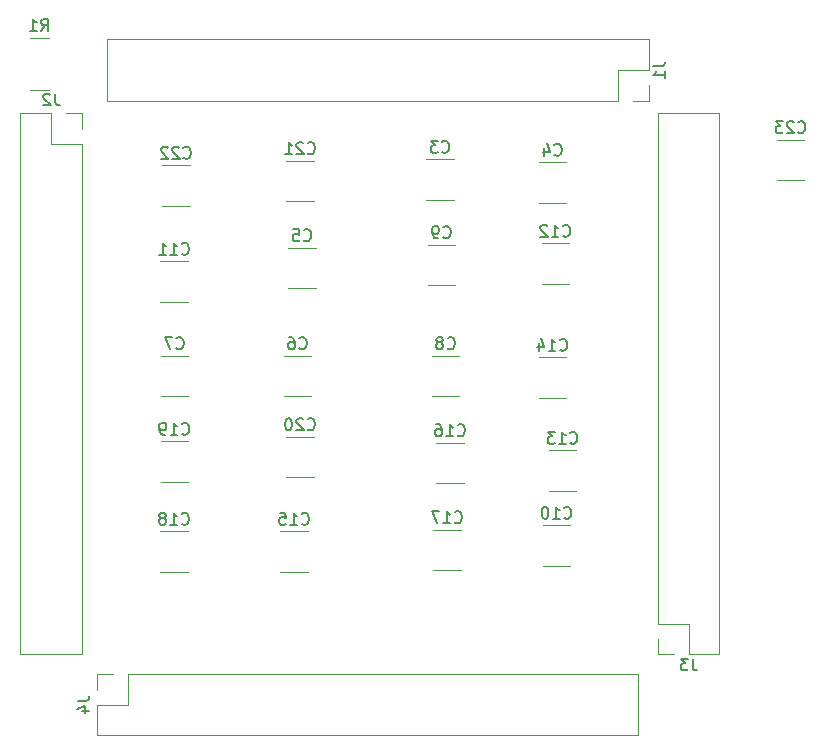
<source format=gbr>
%TF.GenerationSoftware,KiCad,Pcbnew,7.0.0*%
%TF.CreationDate,2023-03-07T12:34:42-06:00*%
%TF.ProjectId,finalproj_breakout,66696e61-6c70-4726-9f6a-5f627265616b,rev?*%
%TF.SameCoordinates,Original*%
%TF.FileFunction,Legend,Bot*%
%TF.FilePolarity,Positive*%
%FSLAX46Y46*%
G04 Gerber Fmt 4.6, Leading zero omitted, Abs format (unit mm)*
G04 Created by KiCad (PCBNEW 7.0.0) date 2023-03-07 12:34:42*
%MOMM*%
%LPD*%
G01*
G04 APERTURE LIST*
%ADD10C,0.150000*%
%ADD11C,0.120000*%
G04 APERTURE END LIST*
D10*
%TO.C,C21*%
X187078857Y-59598142D02*
X187126476Y-59645761D01*
X187126476Y-59645761D02*
X187269333Y-59693380D01*
X187269333Y-59693380D02*
X187364571Y-59693380D01*
X187364571Y-59693380D02*
X187507428Y-59645761D01*
X187507428Y-59645761D02*
X187602666Y-59550523D01*
X187602666Y-59550523D02*
X187650285Y-59455285D01*
X187650285Y-59455285D02*
X187697904Y-59264809D01*
X187697904Y-59264809D02*
X187697904Y-59121952D01*
X187697904Y-59121952D02*
X187650285Y-58931476D01*
X187650285Y-58931476D02*
X187602666Y-58836238D01*
X187602666Y-58836238D02*
X187507428Y-58741000D01*
X187507428Y-58741000D02*
X187364571Y-58693380D01*
X187364571Y-58693380D02*
X187269333Y-58693380D01*
X187269333Y-58693380D02*
X187126476Y-58741000D01*
X187126476Y-58741000D02*
X187078857Y-58788619D01*
X186697904Y-58788619D02*
X186650285Y-58741000D01*
X186650285Y-58741000D02*
X186555047Y-58693380D01*
X186555047Y-58693380D02*
X186316952Y-58693380D01*
X186316952Y-58693380D02*
X186221714Y-58741000D01*
X186221714Y-58741000D02*
X186174095Y-58788619D01*
X186174095Y-58788619D02*
X186126476Y-58883857D01*
X186126476Y-58883857D02*
X186126476Y-58979095D01*
X186126476Y-58979095D02*
X186174095Y-59121952D01*
X186174095Y-59121952D02*
X186745523Y-59693380D01*
X186745523Y-59693380D02*
X186126476Y-59693380D01*
X185174095Y-59693380D02*
X185745523Y-59693380D01*
X185459809Y-59693380D02*
X185459809Y-58693380D01*
X185459809Y-58693380D02*
X185555047Y-58836238D01*
X185555047Y-58836238D02*
X185650285Y-58931476D01*
X185650285Y-58931476D02*
X185745523Y-58979095D01*
%TO.C,C16*%
X199778857Y-83474142D02*
X199826476Y-83521761D01*
X199826476Y-83521761D02*
X199969333Y-83569380D01*
X199969333Y-83569380D02*
X200064571Y-83569380D01*
X200064571Y-83569380D02*
X200207428Y-83521761D01*
X200207428Y-83521761D02*
X200302666Y-83426523D01*
X200302666Y-83426523D02*
X200350285Y-83331285D01*
X200350285Y-83331285D02*
X200397904Y-83140809D01*
X200397904Y-83140809D02*
X200397904Y-82997952D01*
X200397904Y-82997952D02*
X200350285Y-82807476D01*
X200350285Y-82807476D02*
X200302666Y-82712238D01*
X200302666Y-82712238D02*
X200207428Y-82617000D01*
X200207428Y-82617000D02*
X200064571Y-82569380D01*
X200064571Y-82569380D02*
X199969333Y-82569380D01*
X199969333Y-82569380D02*
X199826476Y-82617000D01*
X199826476Y-82617000D02*
X199778857Y-82664619D01*
X198826476Y-83569380D02*
X199397904Y-83569380D01*
X199112190Y-83569380D02*
X199112190Y-82569380D01*
X199112190Y-82569380D02*
X199207428Y-82712238D01*
X199207428Y-82712238D02*
X199302666Y-82807476D01*
X199302666Y-82807476D02*
X199397904Y-82855095D01*
X197969333Y-82569380D02*
X198159809Y-82569380D01*
X198159809Y-82569380D02*
X198255047Y-82617000D01*
X198255047Y-82617000D02*
X198302666Y-82664619D01*
X198302666Y-82664619D02*
X198397904Y-82807476D01*
X198397904Y-82807476D02*
X198445523Y-82997952D01*
X198445523Y-82997952D02*
X198445523Y-83378904D01*
X198445523Y-83378904D02*
X198397904Y-83474142D01*
X198397904Y-83474142D02*
X198350285Y-83521761D01*
X198350285Y-83521761D02*
X198255047Y-83569380D01*
X198255047Y-83569380D02*
X198064571Y-83569380D01*
X198064571Y-83569380D02*
X197969333Y-83521761D01*
X197969333Y-83521761D02*
X197921714Y-83474142D01*
X197921714Y-83474142D02*
X197874095Y-83378904D01*
X197874095Y-83378904D02*
X197874095Y-83140809D01*
X197874095Y-83140809D02*
X197921714Y-83045571D01*
X197921714Y-83045571D02*
X197969333Y-82997952D01*
X197969333Y-82997952D02*
X198064571Y-82950333D01*
X198064571Y-82950333D02*
X198255047Y-82950333D01*
X198255047Y-82950333D02*
X198350285Y-82997952D01*
X198350285Y-82997952D02*
X198397904Y-83045571D01*
X198397904Y-83045571D02*
X198445523Y-83140809D01*
%TO.C,C19*%
X176432357Y-83347142D02*
X176479976Y-83394761D01*
X176479976Y-83394761D02*
X176622833Y-83442380D01*
X176622833Y-83442380D02*
X176718071Y-83442380D01*
X176718071Y-83442380D02*
X176860928Y-83394761D01*
X176860928Y-83394761D02*
X176956166Y-83299523D01*
X176956166Y-83299523D02*
X177003785Y-83204285D01*
X177003785Y-83204285D02*
X177051404Y-83013809D01*
X177051404Y-83013809D02*
X177051404Y-82870952D01*
X177051404Y-82870952D02*
X177003785Y-82680476D01*
X177003785Y-82680476D02*
X176956166Y-82585238D01*
X176956166Y-82585238D02*
X176860928Y-82490000D01*
X176860928Y-82490000D02*
X176718071Y-82442380D01*
X176718071Y-82442380D02*
X176622833Y-82442380D01*
X176622833Y-82442380D02*
X176479976Y-82490000D01*
X176479976Y-82490000D02*
X176432357Y-82537619D01*
X175479976Y-83442380D02*
X176051404Y-83442380D01*
X175765690Y-83442380D02*
X175765690Y-82442380D01*
X175765690Y-82442380D02*
X175860928Y-82585238D01*
X175860928Y-82585238D02*
X175956166Y-82680476D01*
X175956166Y-82680476D02*
X176051404Y-82728095D01*
X175003785Y-83442380D02*
X174813309Y-83442380D01*
X174813309Y-83442380D02*
X174718071Y-83394761D01*
X174718071Y-83394761D02*
X174670452Y-83347142D01*
X174670452Y-83347142D02*
X174575214Y-83204285D01*
X174575214Y-83204285D02*
X174527595Y-83013809D01*
X174527595Y-83013809D02*
X174527595Y-82632857D01*
X174527595Y-82632857D02*
X174575214Y-82537619D01*
X174575214Y-82537619D02*
X174622833Y-82490000D01*
X174622833Y-82490000D02*
X174718071Y-82442380D01*
X174718071Y-82442380D02*
X174908547Y-82442380D01*
X174908547Y-82442380D02*
X175003785Y-82490000D01*
X175003785Y-82490000D02*
X175051404Y-82537619D01*
X175051404Y-82537619D02*
X175099023Y-82632857D01*
X175099023Y-82632857D02*
X175099023Y-82870952D01*
X175099023Y-82870952D02*
X175051404Y-82966190D01*
X175051404Y-82966190D02*
X175003785Y-83013809D01*
X175003785Y-83013809D02*
X174908547Y-83061428D01*
X174908547Y-83061428D02*
X174718071Y-83061428D01*
X174718071Y-83061428D02*
X174622833Y-83013809D01*
X174622833Y-83013809D02*
X174575214Y-82966190D01*
X174575214Y-82966190D02*
X174527595Y-82870952D01*
%TO.C,C9*%
X198562166Y-66710142D02*
X198609785Y-66757761D01*
X198609785Y-66757761D02*
X198752642Y-66805380D01*
X198752642Y-66805380D02*
X198847880Y-66805380D01*
X198847880Y-66805380D02*
X198990737Y-66757761D01*
X198990737Y-66757761D02*
X199085975Y-66662523D01*
X199085975Y-66662523D02*
X199133594Y-66567285D01*
X199133594Y-66567285D02*
X199181213Y-66376809D01*
X199181213Y-66376809D02*
X199181213Y-66233952D01*
X199181213Y-66233952D02*
X199133594Y-66043476D01*
X199133594Y-66043476D02*
X199085975Y-65948238D01*
X199085975Y-65948238D02*
X198990737Y-65853000D01*
X198990737Y-65853000D02*
X198847880Y-65805380D01*
X198847880Y-65805380D02*
X198752642Y-65805380D01*
X198752642Y-65805380D02*
X198609785Y-65853000D01*
X198609785Y-65853000D02*
X198562166Y-65900619D01*
X198085975Y-66805380D02*
X197895499Y-66805380D01*
X197895499Y-66805380D02*
X197800261Y-66757761D01*
X197800261Y-66757761D02*
X197752642Y-66710142D01*
X197752642Y-66710142D02*
X197657404Y-66567285D01*
X197657404Y-66567285D02*
X197609785Y-66376809D01*
X197609785Y-66376809D02*
X197609785Y-65995857D01*
X197609785Y-65995857D02*
X197657404Y-65900619D01*
X197657404Y-65900619D02*
X197705023Y-65853000D01*
X197705023Y-65853000D02*
X197800261Y-65805380D01*
X197800261Y-65805380D02*
X197990737Y-65805380D01*
X197990737Y-65805380D02*
X198085975Y-65853000D01*
X198085975Y-65853000D02*
X198133594Y-65900619D01*
X198133594Y-65900619D02*
X198181213Y-65995857D01*
X198181213Y-65995857D02*
X198181213Y-66233952D01*
X198181213Y-66233952D02*
X198133594Y-66329190D01*
X198133594Y-66329190D02*
X198085975Y-66376809D01*
X198085975Y-66376809D02*
X197990737Y-66424428D01*
X197990737Y-66424428D02*
X197800261Y-66424428D01*
X197800261Y-66424428D02*
X197705023Y-66376809D01*
X197705023Y-66376809D02*
X197657404Y-66329190D01*
X197657404Y-66329190D02*
X197609785Y-66233952D01*
%TO.C,C4*%
X207960166Y-59725142D02*
X208007785Y-59772761D01*
X208007785Y-59772761D02*
X208150642Y-59820380D01*
X208150642Y-59820380D02*
X208245880Y-59820380D01*
X208245880Y-59820380D02*
X208388737Y-59772761D01*
X208388737Y-59772761D02*
X208483975Y-59677523D01*
X208483975Y-59677523D02*
X208531594Y-59582285D01*
X208531594Y-59582285D02*
X208579213Y-59391809D01*
X208579213Y-59391809D02*
X208579213Y-59248952D01*
X208579213Y-59248952D02*
X208531594Y-59058476D01*
X208531594Y-59058476D02*
X208483975Y-58963238D01*
X208483975Y-58963238D02*
X208388737Y-58868000D01*
X208388737Y-58868000D02*
X208245880Y-58820380D01*
X208245880Y-58820380D02*
X208150642Y-58820380D01*
X208150642Y-58820380D02*
X208007785Y-58868000D01*
X208007785Y-58868000D02*
X207960166Y-58915619D01*
X207103023Y-59153714D02*
X207103023Y-59820380D01*
X207341118Y-58772761D02*
X207579213Y-59487047D01*
X207579213Y-59487047D02*
X206960166Y-59487047D01*
%TO.C,R1*%
X164504666Y-49257380D02*
X164837999Y-48781190D01*
X165076094Y-49257380D02*
X165076094Y-48257380D01*
X165076094Y-48257380D02*
X164695142Y-48257380D01*
X164695142Y-48257380D02*
X164599904Y-48305000D01*
X164599904Y-48305000D02*
X164552285Y-48352619D01*
X164552285Y-48352619D02*
X164504666Y-48447857D01*
X164504666Y-48447857D02*
X164504666Y-48590714D01*
X164504666Y-48590714D02*
X164552285Y-48685952D01*
X164552285Y-48685952D02*
X164599904Y-48733571D01*
X164599904Y-48733571D02*
X164695142Y-48781190D01*
X164695142Y-48781190D02*
X165076094Y-48781190D01*
X163552285Y-49257380D02*
X164123713Y-49257380D01*
X163837999Y-49257380D02*
X163837999Y-48257380D01*
X163837999Y-48257380D02*
X163933237Y-48400238D01*
X163933237Y-48400238D02*
X164028475Y-48495476D01*
X164028475Y-48495476D02*
X164123713Y-48543095D01*
%TO.C,J3*%
X219662333Y-102408380D02*
X219662333Y-103122666D01*
X219662333Y-103122666D02*
X219709952Y-103265523D01*
X219709952Y-103265523D02*
X219805190Y-103360761D01*
X219805190Y-103360761D02*
X219948047Y-103408380D01*
X219948047Y-103408380D02*
X220043285Y-103408380D01*
X219281380Y-102408380D02*
X218662333Y-102408380D01*
X218662333Y-102408380D02*
X218995666Y-102789333D01*
X218995666Y-102789333D02*
X218852809Y-102789333D01*
X218852809Y-102789333D02*
X218757571Y-102836952D01*
X218757571Y-102836952D02*
X218709952Y-102884571D01*
X218709952Y-102884571D02*
X218662333Y-102979809D01*
X218662333Y-102979809D02*
X218662333Y-103217904D01*
X218662333Y-103217904D02*
X218709952Y-103313142D01*
X218709952Y-103313142D02*
X218757571Y-103360761D01*
X218757571Y-103360761D02*
X218852809Y-103408380D01*
X218852809Y-103408380D02*
X219138523Y-103408380D01*
X219138523Y-103408380D02*
X219233761Y-103360761D01*
X219233761Y-103360761D02*
X219281380Y-103313142D01*
%TO.C,J4*%
X167598380Y-105965666D02*
X168312666Y-105965666D01*
X168312666Y-105965666D02*
X168455523Y-105918047D01*
X168455523Y-105918047D02*
X168550761Y-105822809D01*
X168550761Y-105822809D02*
X168598380Y-105679952D01*
X168598380Y-105679952D02*
X168598380Y-105584714D01*
X167931714Y-106870428D02*
X168598380Y-106870428D01*
X167550761Y-106632333D02*
X168265047Y-106394238D01*
X168265047Y-106394238D02*
X168265047Y-107013285D01*
%TO.C,C11*%
X176410857Y-68107142D02*
X176458476Y-68154761D01*
X176458476Y-68154761D02*
X176601333Y-68202380D01*
X176601333Y-68202380D02*
X176696571Y-68202380D01*
X176696571Y-68202380D02*
X176839428Y-68154761D01*
X176839428Y-68154761D02*
X176934666Y-68059523D01*
X176934666Y-68059523D02*
X176982285Y-67964285D01*
X176982285Y-67964285D02*
X177029904Y-67773809D01*
X177029904Y-67773809D02*
X177029904Y-67630952D01*
X177029904Y-67630952D02*
X176982285Y-67440476D01*
X176982285Y-67440476D02*
X176934666Y-67345238D01*
X176934666Y-67345238D02*
X176839428Y-67250000D01*
X176839428Y-67250000D02*
X176696571Y-67202380D01*
X176696571Y-67202380D02*
X176601333Y-67202380D01*
X176601333Y-67202380D02*
X176458476Y-67250000D01*
X176458476Y-67250000D02*
X176410857Y-67297619D01*
X175458476Y-68202380D02*
X176029904Y-68202380D01*
X175744190Y-68202380D02*
X175744190Y-67202380D01*
X175744190Y-67202380D02*
X175839428Y-67345238D01*
X175839428Y-67345238D02*
X175934666Y-67440476D01*
X175934666Y-67440476D02*
X176029904Y-67488095D01*
X174506095Y-68202380D02*
X175077523Y-68202380D01*
X174791809Y-68202380D02*
X174791809Y-67202380D01*
X174791809Y-67202380D02*
X174887047Y-67345238D01*
X174887047Y-67345238D02*
X174982285Y-67440476D01*
X174982285Y-67440476D02*
X175077523Y-67488095D01*
%TO.C,C12*%
X208690357Y-66583142D02*
X208737976Y-66630761D01*
X208737976Y-66630761D02*
X208880833Y-66678380D01*
X208880833Y-66678380D02*
X208976071Y-66678380D01*
X208976071Y-66678380D02*
X209118928Y-66630761D01*
X209118928Y-66630761D02*
X209214166Y-66535523D01*
X209214166Y-66535523D02*
X209261785Y-66440285D01*
X209261785Y-66440285D02*
X209309404Y-66249809D01*
X209309404Y-66249809D02*
X209309404Y-66106952D01*
X209309404Y-66106952D02*
X209261785Y-65916476D01*
X209261785Y-65916476D02*
X209214166Y-65821238D01*
X209214166Y-65821238D02*
X209118928Y-65726000D01*
X209118928Y-65726000D02*
X208976071Y-65678380D01*
X208976071Y-65678380D02*
X208880833Y-65678380D01*
X208880833Y-65678380D02*
X208737976Y-65726000D01*
X208737976Y-65726000D02*
X208690357Y-65773619D01*
X207737976Y-66678380D02*
X208309404Y-66678380D01*
X208023690Y-66678380D02*
X208023690Y-65678380D01*
X208023690Y-65678380D02*
X208118928Y-65821238D01*
X208118928Y-65821238D02*
X208214166Y-65916476D01*
X208214166Y-65916476D02*
X208309404Y-65964095D01*
X207357023Y-65773619D02*
X207309404Y-65726000D01*
X207309404Y-65726000D02*
X207214166Y-65678380D01*
X207214166Y-65678380D02*
X206976071Y-65678380D01*
X206976071Y-65678380D02*
X206880833Y-65726000D01*
X206880833Y-65726000D02*
X206833214Y-65773619D01*
X206833214Y-65773619D02*
X206785595Y-65868857D01*
X206785595Y-65868857D02*
X206785595Y-65964095D01*
X206785595Y-65964095D02*
X206833214Y-66106952D01*
X206833214Y-66106952D02*
X207404642Y-66678380D01*
X207404642Y-66678380D02*
X206785595Y-66678380D01*
%TO.C,C14*%
X208436357Y-76235142D02*
X208483976Y-76282761D01*
X208483976Y-76282761D02*
X208626833Y-76330380D01*
X208626833Y-76330380D02*
X208722071Y-76330380D01*
X208722071Y-76330380D02*
X208864928Y-76282761D01*
X208864928Y-76282761D02*
X208960166Y-76187523D01*
X208960166Y-76187523D02*
X209007785Y-76092285D01*
X209007785Y-76092285D02*
X209055404Y-75901809D01*
X209055404Y-75901809D02*
X209055404Y-75758952D01*
X209055404Y-75758952D02*
X209007785Y-75568476D01*
X209007785Y-75568476D02*
X208960166Y-75473238D01*
X208960166Y-75473238D02*
X208864928Y-75378000D01*
X208864928Y-75378000D02*
X208722071Y-75330380D01*
X208722071Y-75330380D02*
X208626833Y-75330380D01*
X208626833Y-75330380D02*
X208483976Y-75378000D01*
X208483976Y-75378000D02*
X208436357Y-75425619D01*
X207483976Y-76330380D02*
X208055404Y-76330380D01*
X207769690Y-76330380D02*
X207769690Y-75330380D01*
X207769690Y-75330380D02*
X207864928Y-75473238D01*
X207864928Y-75473238D02*
X207960166Y-75568476D01*
X207960166Y-75568476D02*
X208055404Y-75616095D01*
X206626833Y-75663714D02*
X206626833Y-76330380D01*
X206864928Y-75282761D02*
X207103023Y-75997047D01*
X207103023Y-75997047D02*
X206483976Y-75997047D01*
%TO.C,C23*%
X228607857Y-57820142D02*
X228655476Y-57867761D01*
X228655476Y-57867761D02*
X228798333Y-57915380D01*
X228798333Y-57915380D02*
X228893571Y-57915380D01*
X228893571Y-57915380D02*
X229036428Y-57867761D01*
X229036428Y-57867761D02*
X229131666Y-57772523D01*
X229131666Y-57772523D02*
X229179285Y-57677285D01*
X229179285Y-57677285D02*
X229226904Y-57486809D01*
X229226904Y-57486809D02*
X229226904Y-57343952D01*
X229226904Y-57343952D02*
X229179285Y-57153476D01*
X229179285Y-57153476D02*
X229131666Y-57058238D01*
X229131666Y-57058238D02*
X229036428Y-56963000D01*
X229036428Y-56963000D02*
X228893571Y-56915380D01*
X228893571Y-56915380D02*
X228798333Y-56915380D01*
X228798333Y-56915380D02*
X228655476Y-56963000D01*
X228655476Y-56963000D02*
X228607857Y-57010619D01*
X228226904Y-57010619D02*
X228179285Y-56963000D01*
X228179285Y-56963000D02*
X228084047Y-56915380D01*
X228084047Y-56915380D02*
X227845952Y-56915380D01*
X227845952Y-56915380D02*
X227750714Y-56963000D01*
X227750714Y-56963000D02*
X227703095Y-57010619D01*
X227703095Y-57010619D02*
X227655476Y-57105857D01*
X227655476Y-57105857D02*
X227655476Y-57201095D01*
X227655476Y-57201095D02*
X227703095Y-57343952D01*
X227703095Y-57343952D02*
X228274523Y-57915380D01*
X228274523Y-57915380D02*
X227655476Y-57915380D01*
X227322142Y-56915380D02*
X226703095Y-56915380D01*
X226703095Y-56915380D02*
X227036428Y-57296333D01*
X227036428Y-57296333D02*
X226893571Y-57296333D01*
X226893571Y-57296333D02*
X226798333Y-57343952D01*
X226798333Y-57343952D02*
X226750714Y-57391571D01*
X226750714Y-57391571D02*
X226703095Y-57486809D01*
X226703095Y-57486809D02*
X226703095Y-57724904D01*
X226703095Y-57724904D02*
X226750714Y-57820142D01*
X226750714Y-57820142D02*
X226798333Y-57867761D01*
X226798333Y-57867761D02*
X226893571Y-57915380D01*
X226893571Y-57915380D02*
X227179285Y-57915380D01*
X227179285Y-57915380D02*
X227274523Y-57867761D01*
X227274523Y-57867761D02*
X227322142Y-57820142D01*
%TO.C,C20*%
X187078857Y-82966142D02*
X187126476Y-83013761D01*
X187126476Y-83013761D02*
X187269333Y-83061380D01*
X187269333Y-83061380D02*
X187364571Y-83061380D01*
X187364571Y-83061380D02*
X187507428Y-83013761D01*
X187507428Y-83013761D02*
X187602666Y-82918523D01*
X187602666Y-82918523D02*
X187650285Y-82823285D01*
X187650285Y-82823285D02*
X187697904Y-82632809D01*
X187697904Y-82632809D02*
X187697904Y-82489952D01*
X187697904Y-82489952D02*
X187650285Y-82299476D01*
X187650285Y-82299476D02*
X187602666Y-82204238D01*
X187602666Y-82204238D02*
X187507428Y-82109000D01*
X187507428Y-82109000D02*
X187364571Y-82061380D01*
X187364571Y-82061380D02*
X187269333Y-82061380D01*
X187269333Y-82061380D02*
X187126476Y-82109000D01*
X187126476Y-82109000D02*
X187078857Y-82156619D01*
X186697904Y-82156619D02*
X186650285Y-82109000D01*
X186650285Y-82109000D02*
X186555047Y-82061380D01*
X186555047Y-82061380D02*
X186316952Y-82061380D01*
X186316952Y-82061380D02*
X186221714Y-82109000D01*
X186221714Y-82109000D02*
X186174095Y-82156619D01*
X186174095Y-82156619D02*
X186126476Y-82251857D01*
X186126476Y-82251857D02*
X186126476Y-82347095D01*
X186126476Y-82347095D02*
X186174095Y-82489952D01*
X186174095Y-82489952D02*
X186745523Y-83061380D01*
X186745523Y-83061380D02*
X186126476Y-83061380D01*
X185507428Y-82061380D02*
X185412190Y-82061380D01*
X185412190Y-82061380D02*
X185316952Y-82109000D01*
X185316952Y-82109000D02*
X185269333Y-82156619D01*
X185269333Y-82156619D02*
X185221714Y-82251857D01*
X185221714Y-82251857D02*
X185174095Y-82442333D01*
X185174095Y-82442333D02*
X185174095Y-82680428D01*
X185174095Y-82680428D02*
X185221714Y-82870904D01*
X185221714Y-82870904D02*
X185269333Y-82966142D01*
X185269333Y-82966142D02*
X185316952Y-83013761D01*
X185316952Y-83013761D02*
X185412190Y-83061380D01*
X185412190Y-83061380D02*
X185507428Y-83061380D01*
X185507428Y-83061380D02*
X185602666Y-83013761D01*
X185602666Y-83013761D02*
X185650285Y-82966142D01*
X185650285Y-82966142D02*
X185697904Y-82870904D01*
X185697904Y-82870904D02*
X185745523Y-82680428D01*
X185745523Y-82680428D02*
X185745523Y-82442333D01*
X185745523Y-82442333D02*
X185697904Y-82251857D01*
X185697904Y-82251857D02*
X185650285Y-82156619D01*
X185650285Y-82156619D02*
X185602666Y-82109000D01*
X185602666Y-82109000D02*
X185507428Y-82061380D01*
%TO.C,J2*%
X165687333Y-54568380D02*
X165687333Y-55282666D01*
X165687333Y-55282666D02*
X165734952Y-55425523D01*
X165734952Y-55425523D02*
X165830190Y-55520761D01*
X165830190Y-55520761D02*
X165973047Y-55568380D01*
X165973047Y-55568380D02*
X166068285Y-55568380D01*
X165258761Y-54663619D02*
X165211142Y-54616000D01*
X165211142Y-54616000D02*
X165115904Y-54568380D01*
X165115904Y-54568380D02*
X164877809Y-54568380D01*
X164877809Y-54568380D02*
X164782571Y-54616000D01*
X164782571Y-54616000D02*
X164734952Y-54663619D01*
X164734952Y-54663619D02*
X164687333Y-54758857D01*
X164687333Y-54758857D02*
X164687333Y-54854095D01*
X164687333Y-54854095D02*
X164734952Y-54996952D01*
X164734952Y-54996952D02*
X165306380Y-55568380D01*
X165306380Y-55568380D02*
X164687333Y-55568380D01*
%TO.C,C6*%
X186370166Y-76108142D02*
X186417785Y-76155761D01*
X186417785Y-76155761D02*
X186560642Y-76203380D01*
X186560642Y-76203380D02*
X186655880Y-76203380D01*
X186655880Y-76203380D02*
X186798737Y-76155761D01*
X186798737Y-76155761D02*
X186893975Y-76060523D01*
X186893975Y-76060523D02*
X186941594Y-75965285D01*
X186941594Y-75965285D02*
X186989213Y-75774809D01*
X186989213Y-75774809D02*
X186989213Y-75631952D01*
X186989213Y-75631952D02*
X186941594Y-75441476D01*
X186941594Y-75441476D02*
X186893975Y-75346238D01*
X186893975Y-75346238D02*
X186798737Y-75251000D01*
X186798737Y-75251000D02*
X186655880Y-75203380D01*
X186655880Y-75203380D02*
X186560642Y-75203380D01*
X186560642Y-75203380D02*
X186417785Y-75251000D01*
X186417785Y-75251000D02*
X186370166Y-75298619D01*
X185513023Y-75203380D02*
X185703499Y-75203380D01*
X185703499Y-75203380D02*
X185798737Y-75251000D01*
X185798737Y-75251000D02*
X185846356Y-75298619D01*
X185846356Y-75298619D02*
X185941594Y-75441476D01*
X185941594Y-75441476D02*
X185989213Y-75631952D01*
X185989213Y-75631952D02*
X185989213Y-76012904D01*
X185989213Y-76012904D02*
X185941594Y-76108142D01*
X185941594Y-76108142D02*
X185893975Y-76155761D01*
X185893975Y-76155761D02*
X185798737Y-76203380D01*
X185798737Y-76203380D02*
X185608261Y-76203380D01*
X185608261Y-76203380D02*
X185513023Y-76155761D01*
X185513023Y-76155761D02*
X185465404Y-76108142D01*
X185465404Y-76108142D02*
X185417785Y-76012904D01*
X185417785Y-76012904D02*
X185417785Y-75774809D01*
X185417785Y-75774809D02*
X185465404Y-75679571D01*
X185465404Y-75679571D02*
X185513023Y-75631952D01*
X185513023Y-75631952D02*
X185608261Y-75584333D01*
X185608261Y-75584333D02*
X185798737Y-75584333D01*
X185798737Y-75584333D02*
X185893975Y-75631952D01*
X185893975Y-75631952D02*
X185941594Y-75679571D01*
X185941594Y-75679571D02*
X185989213Y-75774809D01*
%TO.C,C18*%
X176410857Y-90967142D02*
X176458476Y-91014761D01*
X176458476Y-91014761D02*
X176601333Y-91062380D01*
X176601333Y-91062380D02*
X176696571Y-91062380D01*
X176696571Y-91062380D02*
X176839428Y-91014761D01*
X176839428Y-91014761D02*
X176934666Y-90919523D01*
X176934666Y-90919523D02*
X176982285Y-90824285D01*
X176982285Y-90824285D02*
X177029904Y-90633809D01*
X177029904Y-90633809D02*
X177029904Y-90490952D01*
X177029904Y-90490952D02*
X176982285Y-90300476D01*
X176982285Y-90300476D02*
X176934666Y-90205238D01*
X176934666Y-90205238D02*
X176839428Y-90110000D01*
X176839428Y-90110000D02*
X176696571Y-90062380D01*
X176696571Y-90062380D02*
X176601333Y-90062380D01*
X176601333Y-90062380D02*
X176458476Y-90110000D01*
X176458476Y-90110000D02*
X176410857Y-90157619D01*
X175458476Y-91062380D02*
X176029904Y-91062380D01*
X175744190Y-91062380D02*
X175744190Y-90062380D01*
X175744190Y-90062380D02*
X175839428Y-90205238D01*
X175839428Y-90205238D02*
X175934666Y-90300476D01*
X175934666Y-90300476D02*
X176029904Y-90348095D01*
X174887047Y-90490952D02*
X174982285Y-90443333D01*
X174982285Y-90443333D02*
X175029904Y-90395714D01*
X175029904Y-90395714D02*
X175077523Y-90300476D01*
X175077523Y-90300476D02*
X175077523Y-90252857D01*
X175077523Y-90252857D02*
X175029904Y-90157619D01*
X175029904Y-90157619D02*
X174982285Y-90110000D01*
X174982285Y-90110000D02*
X174887047Y-90062380D01*
X174887047Y-90062380D02*
X174696571Y-90062380D01*
X174696571Y-90062380D02*
X174601333Y-90110000D01*
X174601333Y-90110000D02*
X174553714Y-90157619D01*
X174553714Y-90157619D02*
X174506095Y-90252857D01*
X174506095Y-90252857D02*
X174506095Y-90300476D01*
X174506095Y-90300476D02*
X174553714Y-90395714D01*
X174553714Y-90395714D02*
X174601333Y-90443333D01*
X174601333Y-90443333D02*
X174696571Y-90490952D01*
X174696571Y-90490952D02*
X174887047Y-90490952D01*
X174887047Y-90490952D02*
X174982285Y-90538571D01*
X174982285Y-90538571D02*
X175029904Y-90586190D01*
X175029904Y-90586190D02*
X175077523Y-90681428D01*
X175077523Y-90681428D02*
X175077523Y-90871904D01*
X175077523Y-90871904D02*
X175029904Y-90967142D01*
X175029904Y-90967142D02*
X174982285Y-91014761D01*
X174982285Y-91014761D02*
X174887047Y-91062380D01*
X174887047Y-91062380D02*
X174696571Y-91062380D01*
X174696571Y-91062380D02*
X174601333Y-91014761D01*
X174601333Y-91014761D02*
X174553714Y-90967142D01*
X174553714Y-90967142D02*
X174506095Y-90871904D01*
X174506095Y-90871904D02*
X174506095Y-90681428D01*
X174506095Y-90681428D02*
X174553714Y-90586190D01*
X174553714Y-90586190D02*
X174601333Y-90538571D01*
X174601333Y-90538571D02*
X174696571Y-90490952D01*
%TO.C,C7*%
X175956166Y-76108142D02*
X176003785Y-76155761D01*
X176003785Y-76155761D02*
X176146642Y-76203380D01*
X176146642Y-76203380D02*
X176241880Y-76203380D01*
X176241880Y-76203380D02*
X176384737Y-76155761D01*
X176384737Y-76155761D02*
X176479975Y-76060523D01*
X176479975Y-76060523D02*
X176527594Y-75965285D01*
X176527594Y-75965285D02*
X176575213Y-75774809D01*
X176575213Y-75774809D02*
X176575213Y-75631952D01*
X176575213Y-75631952D02*
X176527594Y-75441476D01*
X176527594Y-75441476D02*
X176479975Y-75346238D01*
X176479975Y-75346238D02*
X176384737Y-75251000D01*
X176384737Y-75251000D02*
X176241880Y-75203380D01*
X176241880Y-75203380D02*
X176146642Y-75203380D01*
X176146642Y-75203380D02*
X176003785Y-75251000D01*
X176003785Y-75251000D02*
X175956166Y-75298619D01*
X175622832Y-75203380D02*
X174956166Y-75203380D01*
X174956166Y-75203380D02*
X175384737Y-76203380D01*
%TO.C,C5*%
X186751166Y-66964142D02*
X186798785Y-67011761D01*
X186798785Y-67011761D02*
X186941642Y-67059380D01*
X186941642Y-67059380D02*
X187036880Y-67059380D01*
X187036880Y-67059380D02*
X187179737Y-67011761D01*
X187179737Y-67011761D02*
X187274975Y-66916523D01*
X187274975Y-66916523D02*
X187322594Y-66821285D01*
X187322594Y-66821285D02*
X187370213Y-66630809D01*
X187370213Y-66630809D02*
X187370213Y-66487952D01*
X187370213Y-66487952D02*
X187322594Y-66297476D01*
X187322594Y-66297476D02*
X187274975Y-66202238D01*
X187274975Y-66202238D02*
X187179737Y-66107000D01*
X187179737Y-66107000D02*
X187036880Y-66059380D01*
X187036880Y-66059380D02*
X186941642Y-66059380D01*
X186941642Y-66059380D02*
X186798785Y-66107000D01*
X186798785Y-66107000D02*
X186751166Y-66154619D01*
X185846404Y-66059380D02*
X186322594Y-66059380D01*
X186322594Y-66059380D02*
X186370213Y-66535571D01*
X186370213Y-66535571D02*
X186322594Y-66487952D01*
X186322594Y-66487952D02*
X186227356Y-66440333D01*
X186227356Y-66440333D02*
X185989261Y-66440333D01*
X185989261Y-66440333D02*
X185894023Y-66487952D01*
X185894023Y-66487952D02*
X185846404Y-66535571D01*
X185846404Y-66535571D02*
X185798785Y-66630809D01*
X185798785Y-66630809D02*
X185798785Y-66868904D01*
X185798785Y-66868904D02*
X185846404Y-66964142D01*
X185846404Y-66964142D02*
X185894023Y-67011761D01*
X185894023Y-67011761D02*
X185989261Y-67059380D01*
X185989261Y-67059380D02*
X186227356Y-67059380D01*
X186227356Y-67059380D02*
X186322594Y-67011761D01*
X186322594Y-67011761D02*
X186370213Y-66964142D01*
%TO.C,J1*%
X216312380Y-52249666D02*
X217026666Y-52249666D01*
X217026666Y-52249666D02*
X217169523Y-52202047D01*
X217169523Y-52202047D02*
X217264761Y-52106809D01*
X217264761Y-52106809D02*
X217312380Y-51963952D01*
X217312380Y-51963952D02*
X217312380Y-51868714D01*
X217312380Y-53249666D02*
X217312380Y-52678238D01*
X217312380Y-52963952D02*
X216312380Y-52963952D01*
X216312380Y-52963952D02*
X216455238Y-52868714D01*
X216455238Y-52868714D02*
X216550476Y-52773476D01*
X216550476Y-52773476D02*
X216598095Y-52678238D01*
%TO.C,C15*%
X186570857Y-90967142D02*
X186618476Y-91014761D01*
X186618476Y-91014761D02*
X186761333Y-91062380D01*
X186761333Y-91062380D02*
X186856571Y-91062380D01*
X186856571Y-91062380D02*
X186999428Y-91014761D01*
X186999428Y-91014761D02*
X187094666Y-90919523D01*
X187094666Y-90919523D02*
X187142285Y-90824285D01*
X187142285Y-90824285D02*
X187189904Y-90633809D01*
X187189904Y-90633809D02*
X187189904Y-90490952D01*
X187189904Y-90490952D02*
X187142285Y-90300476D01*
X187142285Y-90300476D02*
X187094666Y-90205238D01*
X187094666Y-90205238D02*
X186999428Y-90110000D01*
X186999428Y-90110000D02*
X186856571Y-90062380D01*
X186856571Y-90062380D02*
X186761333Y-90062380D01*
X186761333Y-90062380D02*
X186618476Y-90110000D01*
X186618476Y-90110000D02*
X186570857Y-90157619D01*
X185618476Y-91062380D02*
X186189904Y-91062380D01*
X185904190Y-91062380D02*
X185904190Y-90062380D01*
X185904190Y-90062380D02*
X185999428Y-90205238D01*
X185999428Y-90205238D02*
X186094666Y-90300476D01*
X186094666Y-90300476D02*
X186189904Y-90348095D01*
X184713714Y-90062380D02*
X185189904Y-90062380D01*
X185189904Y-90062380D02*
X185237523Y-90538571D01*
X185237523Y-90538571D02*
X185189904Y-90490952D01*
X185189904Y-90490952D02*
X185094666Y-90443333D01*
X185094666Y-90443333D02*
X184856571Y-90443333D01*
X184856571Y-90443333D02*
X184761333Y-90490952D01*
X184761333Y-90490952D02*
X184713714Y-90538571D01*
X184713714Y-90538571D02*
X184666095Y-90633809D01*
X184666095Y-90633809D02*
X184666095Y-90871904D01*
X184666095Y-90871904D02*
X184713714Y-90967142D01*
X184713714Y-90967142D02*
X184761333Y-91014761D01*
X184761333Y-91014761D02*
X184856571Y-91062380D01*
X184856571Y-91062380D02*
X185094666Y-91062380D01*
X185094666Y-91062380D02*
X185189904Y-91014761D01*
X185189904Y-91014761D02*
X185237523Y-90967142D01*
%TO.C,C8*%
X198921666Y-76108142D02*
X198969285Y-76155761D01*
X198969285Y-76155761D02*
X199112142Y-76203380D01*
X199112142Y-76203380D02*
X199207380Y-76203380D01*
X199207380Y-76203380D02*
X199350237Y-76155761D01*
X199350237Y-76155761D02*
X199445475Y-76060523D01*
X199445475Y-76060523D02*
X199493094Y-75965285D01*
X199493094Y-75965285D02*
X199540713Y-75774809D01*
X199540713Y-75774809D02*
X199540713Y-75631952D01*
X199540713Y-75631952D02*
X199493094Y-75441476D01*
X199493094Y-75441476D02*
X199445475Y-75346238D01*
X199445475Y-75346238D02*
X199350237Y-75251000D01*
X199350237Y-75251000D02*
X199207380Y-75203380D01*
X199207380Y-75203380D02*
X199112142Y-75203380D01*
X199112142Y-75203380D02*
X198969285Y-75251000D01*
X198969285Y-75251000D02*
X198921666Y-75298619D01*
X198350237Y-75631952D02*
X198445475Y-75584333D01*
X198445475Y-75584333D02*
X198493094Y-75536714D01*
X198493094Y-75536714D02*
X198540713Y-75441476D01*
X198540713Y-75441476D02*
X198540713Y-75393857D01*
X198540713Y-75393857D02*
X198493094Y-75298619D01*
X198493094Y-75298619D02*
X198445475Y-75251000D01*
X198445475Y-75251000D02*
X198350237Y-75203380D01*
X198350237Y-75203380D02*
X198159761Y-75203380D01*
X198159761Y-75203380D02*
X198064523Y-75251000D01*
X198064523Y-75251000D02*
X198016904Y-75298619D01*
X198016904Y-75298619D02*
X197969285Y-75393857D01*
X197969285Y-75393857D02*
X197969285Y-75441476D01*
X197969285Y-75441476D02*
X198016904Y-75536714D01*
X198016904Y-75536714D02*
X198064523Y-75584333D01*
X198064523Y-75584333D02*
X198159761Y-75631952D01*
X198159761Y-75631952D02*
X198350237Y-75631952D01*
X198350237Y-75631952D02*
X198445475Y-75679571D01*
X198445475Y-75679571D02*
X198493094Y-75727190D01*
X198493094Y-75727190D02*
X198540713Y-75822428D01*
X198540713Y-75822428D02*
X198540713Y-76012904D01*
X198540713Y-76012904D02*
X198493094Y-76108142D01*
X198493094Y-76108142D02*
X198445475Y-76155761D01*
X198445475Y-76155761D02*
X198350237Y-76203380D01*
X198350237Y-76203380D02*
X198159761Y-76203380D01*
X198159761Y-76203380D02*
X198064523Y-76155761D01*
X198064523Y-76155761D02*
X198016904Y-76108142D01*
X198016904Y-76108142D02*
X197969285Y-76012904D01*
X197969285Y-76012904D02*
X197969285Y-75822428D01*
X197969285Y-75822428D02*
X198016904Y-75727190D01*
X198016904Y-75727190D02*
X198064523Y-75679571D01*
X198064523Y-75679571D02*
X198159761Y-75631952D01*
%TO.C,C13*%
X209303857Y-84109142D02*
X209351476Y-84156761D01*
X209351476Y-84156761D02*
X209494333Y-84204380D01*
X209494333Y-84204380D02*
X209589571Y-84204380D01*
X209589571Y-84204380D02*
X209732428Y-84156761D01*
X209732428Y-84156761D02*
X209827666Y-84061523D01*
X209827666Y-84061523D02*
X209875285Y-83966285D01*
X209875285Y-83966285D02*
X209922904Y-83775809D01*
X209922904Y-83775809D02*
X209922904Y-83632952D01*
X209922904Y-83632952D02*
X209875285Y-83442476D01*
X209875285Y-83442476D02*
X209827666Y-83347238D01*
X209827666Y-83347238D02*
X209732428Y-83252000D01*
X209732428Y-83252000D02*
X209589571Y-83204380D01*
X209589571Y-83204380D02*
X209494333Y-83204380D01*
X209494333Y-83204380D02*
X209351476Y-83252000D01*
X209351476Y-83252000D02*
X209303857Y-83299619D01*
X208351476Y-84204380D02*
X208922904Y-84204380D01*
X208637190Y-84204380D02*
X208637190Y-83204380D01*
X208637190Y-83204380D02*
X208732428Y-83347238D01*
X208732428Y-83347238D02*
X208827666Y-83442476D01*
X208827666Y-83442476D02*
X208922904Y-83490095D01*
X208018142Y-83204380D02*
X207399095Y-83204380D01*
X207399095Y-83204380D02*
X207732428Y-83585333D01*
X207732428Y-83585333D02*
X207589571Y-83585333D01*
X207589571Y-83585333D02*
X207494333Y-83632952D01*
X207494333Y-83632952D02*
X207446714Y-83680571D01*
X207446714Y-83680571D02*
X207399095Y-83775809D01*
X207399095Y-83775809D02*
X207399095Y-84013904D01*
X207399095Y-84013904D02*
X207446714Y-84109142D01*
X207446714Y-84109142D02*
X207494333Y-84156761D01*
X207494333Y-84156761D02*
X207589571Y-84204380D01*
X207589571Y-84204380D02*
X207875285Y-84204380D01*
X207875285Y-84204380D02*
X207970523Y-84156761D01*
X207970523Y-84156761D02*
X208018142Y-84109142D01*
%TO.C,C3*%
X198435166Y-59471142D02*
X198482785Y-59518761D01*
X198482785Y-59518761D02*
X198625642Y-59566380D01*
X198625642Y-59566380D02*
X198720880Y-59566380D01*
X198720880Y-59566380D02*
X198863737Y-59518761D01*
X198863737Y-59518761D02*
X198958975Y-59423523D01*
X198958975Y-59423523D02*
X199006594Y-59328285D01*
X199006594Y-59328285D02*
X199054213Y-59137809D01*
X199054213Y-59137809D02*
X199054213Y-58994952D01*
X199054213Y-58994952D02*
X199006594Y-58804476D01*
X199006594Y-58804476D02*
X198958975Y-58709238D01*
X198958975Y-58709238D02*
X198863737Y-58614000D01*
X198863737Y-58614000D02*
X198720880Y-58566380D01*
X198720880Y-58566380D02*
X198625642Y-58566380D01*
X198625642Y-58566380D02*
X198482785Y-58614000D01*
X198482785Y-58614000D02*
X198435166Y-58661619D01*
X198101832Y-58566380D02*
X197482785Y-58566380D01*
X197482785Y-58566380D02*
X197816118Y-58947333D01*
X197816118Y-58947333D02*
X197673261Y-58947333D01*
X197673261Y-58947333D02*
X197578023Y-58994952D01*
X197578023Y-58994952D02*
X197530404Y-59042571D01*
X197530404Y-59042571D02*
X197482785Y-59137809D01*
X197482785Y-59137809D02*
X197482785Y-59375904D01*
X197482785Y-59375904D02*
X197530404Y-59471142D01*
X197530404Y-59471142D02*
X197578023Y-59518761D01*
X197578023Y-59518761D02*
X197673261Y-59566380D01*
X197673261Y-59566380D02*
X197958975Y-59566380D01*
X197958975Y-59566380D02*
X198054213Y-59518761D01*
X198054213Y-59518761D02*
X198101832Y-59471142D01*
%TO.C,C10*%
X208795857Y-90459142D02*
X208843476Y-90506761D01*
X208843476Y-90506761D02*
X208986333Y-90554380D01*
X208986333Y-90554380D02*
X209081571Y-90554380D01*
X209081571Y-90554380D02*
X209224428Y-90506761D01*
X209224428Y-90506761D02*
X209319666Y-90411523D01*
X209319666Y-90411523D02*
X209367285Y-90316285D01*
X209367285Y-90316285D02*
X209414904Y-90125809D01*
X209414904Y-90125809D02*
X209414904Y-89982952D01*
X209414904Y-89982952D02*
X209367285Y-89792476D01*
X209367285Y-89792476D02*
X209319666Y-89697238D01*
X209319666Y-89697238D02*
X209224428Y-89602000D01*
X209224428Y-89602000D02*
X209081571Y-89554380D01*
X209081571Y-89554380D02*
X208986333Y-89554380D01*
X208986333Y-89554380D02*
X208843476Y-89602000D01*
X208843476Y-89602000D02*
X208795857Y-89649619D01*
X207843476Y-90554380D02*
X208414904Y-90554380D01*
X208129190Y-90554380D02*
X208129190Y-89554380D01*
X208129190Y-89554380D02*
X208224428Y-89697238D01*
X208224428Y-89697238D02*
X208319666Y-89792476D01*
X208319666Y-89792476D02*
X208414904Y-89840095D01*
X207224428Y-89554380D02*
X207129190Y-89554380D01*
X207129190Y-89554380D02*
X207033952Y-89602000D01*
X207033952Y-89602000D02*
X206986333Y-89649619D01*
X206986333Y-89649619D02*
X206938714Y-89744857D01*
X206938714Y-89744857D02*
X206891095Y-89935333D01*
X206891095Y-89935333D02*
X206891095Y-90173428D01*
X206891095Y-90173428D02*
X206938714Y-90363904D01*
X206938714Y-90363904D02*
X206986333Y-90459142D01*
X206986333Y-90459142D02*
X207033952Y-90506761D01*
X207033952Y-90506761D02*
X207129190Y-90554380D01*
X207129190Y-90554380D02*
X207224428Y-90554380D01*
X207224428Y-90554380D02*
X207319666Y-90506761D01*
X207319666Y-90506761D02*
X207367285Y-90459142D01*
X207367285Y-90459142D02*
X207414904Y-90363904D01*
X207414904Y-90363904D02*
X207462523Y-90173428D01*
X207462523Y-90173428D02*
X207462523Y-89935333D01*
X207462523Y-89935333D02*
X207414904Y-89744857D01*
X207414904Y-89744857D02*
X207367285Y-89649619D01*
X207367285Y-89649619D02*
X207319666Y-89602000D01*
X207319666Y-89602000D02*
X207224428Y-89554380D01*
%TO.C,C17*%
X199524857Y-90840142D02*
X199572476Y-90887761D01*
X199572476Y-90887761D02*
X199715333Y-90935380D01*
X199715333Y-90935380D02*
X199810571Y-90935380D01*
X199810571Y-90935380D02*
X199953428Y-90887761D01*
X199953428Y-90887761D02*
X200048666Y-90792523D01*
X200048666Y-90792523D02*
X200096285Y-90697285D01*
X200096285Y-90697285D02*
X200143904Y-90506809D01*
X200143904Y-90506809D02*
X200143904Y-90363952D01*
X200143904Y-90363952D02*
X200096285Y-90173476D01*
X200096285Y-90173476D02*
X200048666Y-90078238D01*
X200048666Y-90078238D02*
X199953428Y-89983000D01*
X199953428Y-89983000D02*
X199810571Y-89935380D01*
X199810571Y-89935380D02*
X199715333Y-89935380D01*
X199715333Y-89935380D02*
X199572476Y-89983000D01*
X199572476Y-89983000D02*
X199524857Y-90030619D01*
X198572476Y-90935380D02*
X199143904Y-90935380D01*
X198858190Y-90935380D02*
X198858190Y-89935380D01*
X198858190Y-89935380D02*
X198953428Y-90078238D01*
X198953428Y-90078238D02*
X199048666Y-90173476D01*
X199048666Y-90173476D02*
X199143904Y-90221095D01*
X198239142Y-89935380D02*
X197572476Y-89935380D01*
X197572476Y-89935380D02*
X198001047Y-90935380D01*
%TO.C,C22*%
X176559357Y-59979142D02*
X176606976Y-60026761D01*
X176606976Y-60026761D02*
X176749833Y-60074380D01*
X176749833Y-60074380D02*
X176845071Y-60074380D01*
X176845071Y-60074380D02*
X176987928Y-60026761D01*
X176987928Y-60026761D02*
X177083166Y-59931523D01*
X177083166Y-59931523D02*
X177130785Y-59836285D01*
X177130785Y-59836285D02*
X177178404Y-59645809D01*
X177178404Y-59645809D02*
X177178404Y-59502952D01*
X177178404Y-59502952D02*
X177130785Y-59312476D01*
X177130785Y-59312476D02*
X177083166Y-59217238D01*
X177083166Y-59217238D02*
X176987928Y-59122000D01*
X176987928Y-59122000D02*
X176845071Y-59074380D01*
X176845071Y-59074380D02*
X176749833Y-59074380D01*
X176749833Y-59074380D02*
X176606976Y-59122000D01*
X176606976Y-59122000D02*
X176559357Y-59169619D01*
X176178404Y-59169619D02*
X176130785Y-59122000D01*
X176130785Y-59122000D02*
X176035547Y-59074380D01*
X176035547Y-59074380D02*
X175797452Y-59074380D01*
X175797452Y-59074380D02*
X175702214Y-59122000D01*
X175702214Y-59122000D02*
X175654595Y-59169619D01*
X175654595Y-59169619D02*
X175606976Y-59264857D01*
X175606976Y-59264857D02*
X175606976Y-59360095D01*
X175606976Y-59360095D02*
X175654595Y-59502952D01*
X175654595Y-59502952D02*
X176226023Y-60074380D01*
X176226023Y-60074380D02*
X175606976Y-60074380D01*
X175226023Y-59169619D02*
X175178404Y-59122000D01*
X175178404Y-59122000D02*
X175083166Y-59074380D01*
X175083166Y-59074380D02*
X174845071Y-59074380D01*
X174845071Y-59074380D02*
X174749833Y-59122000D01*
X174749833Y-59122000D02*
X174702214Y-59169619D01*
X174702214Y-59169619D02*
X174654595Y-59264857D01*
X174654595Y-59264857D02*
X174654595Y-59360095D01*
X174654595Y-59360095D02*
X174702214Y-59502952D01*
X174702214Y-59502952D02*
X175273642Y-60074380D01*
X175273642Y-60074380D02*
X174654595Y-60074380D01*
D11*
%TO.C,C21*%
X187597252Y-63686000D02*
X185274748Y-63686000D01*
X187597252Y-60266000D02*
X185274748Y-60266000D01*
%TO.C,C16*%
X200297252Y-87562000D02*
X197974748Y-87562000D01*
X200297252Y-84142000D02*
X197974748Y-84142000D01*
%TO.C,C19*%
X176950752Y-87435000D02*
X174628248Y-87435000D01*
X176950752Y-84015000D02*
X174628248Y-84015000D01*
%TO.C,C9*%
X199556752Y-70798000D02*
X197234248Y-70798000D01*
X199556752Y-67378000D02*
X197234248Y-67378000D01*
%TO.C,C4*%
X208954752Y-63813000D02*
X206632248Y-63813000D01*
X208954752Y-60393000D02*
X206632248Y-60393000D01*
%TO.C,R1*%
X165135369Y-54280000D02*
X163540631Y-54280000D01*
X165135369Y-49860000D02*
X163540631Y-49860000D01*
%TO.C,J3*%
X216729000Y-56201000D02*
X221929000Y-56201000D01*
X216729000Y-99441000D02*
X216729000Y-56201000D01*
X216729000Y-99441000D02*
X219329000Y-99441000D01*
X216729000Y-100711000D02*
X216729000Y-102041000D01*
X216729000Y-102041000D02*
X218059000Y-102041000D01*
X219329000Y-99441000D02*
X219329000Y-102041000D01*
X219329000Y-102041000D02*
X221929000Y-102041000D01*
X221929000Y-102041000D02*
X221929000Y-56201000D01*
%TO.C,J4*%
X215071000Y-103699000D02*
X215071000Y-108899000D01*
X171831000Y-103699000D02*
X215071000Y-103699000D01*
X171831000Y-103699000D02*
X171831000Y-106299000D01*
X170561000Y-103699000D02*
X169231000Y-103699000D01*
X169231000Y-103699000D02*
X169231000Y-105029000D01*
X171831000Y-106299000D02*
X169231000Y-106299000D01*
X169231000Y-106299000D02*
X169231000Y-108899000D01*
X169231000Y-108899000D02*
X215071000Y-108899000D01*
%TO.C,C11*%
X176929252Y-72195000D02*
X174606748Y-72195000D01*
X176929252Y-68775000D02*
X174606748Y-68775000D01*
%TO.C,C12*%
X209208752Y-70671000D02*
X206886248Y-70671000D01*
X209208752Y-67251000D02*
X206886248Y-67251000D01*
%TO.C,C14*%
X208954752Y-80323000D02*
X206632248Y-80323000D01*
X208954752Y-76903000D02*
X206632248Y-76903000D01*
%TO.C,C23*%
X229126252Y-61908000D02*
X226803748Y-61908000D01*
X229126252Y-58488000D02*
X226803748Y-58488000D01*
%TO.C,C20*%
X187597252Y-87054000D02*
X185274748Y-87054000D01*
X187597252Y-83634000D02*
X185274748Y-83634000D01*
%TO.C,J2*%
X167954000Y-102041000D02*
X162754000Y-102041000D01*
X167954000Y-58801000D02*
X167954000Y-102041000D01*
X167954000Y-58801000D02*
X165354000Y-58801000D01*
X167954000Y-57531000D02*
X167954000Y-56201000D01*
X167954000Y-56201000D02*
X166624000Y-56201000D01*
X165354000Y-58801000D02*
X165354000Y-56201000D01*
X165354000Y-56201000D02*
X162754000Y-56201000D01*
X162754000Y-56201000D02*
X162754000Y-102041000D01*
%TO.C,C6*%
X187364752Y-80196000D02*
X185042248Y-80196000D01*
X187364752Y-76776000D02*
X185042248Y-76776000D01*
%TO.C,C18*%
X176929252Y-95055000D02*
X174606748Y-95055000D01*
X176929252Y-91635000D02*
X174606748Y-91635000D01*
%TO.C,C7*%
X176950752Y-80196000D02*
X174628248Y-80196000D01*
X176950752Y-76776000D02*
X174628248Y-76776000D01*
%TO.C,C5*%
X187745752Y-71052000D02*
X185423248Y-71052000D01*
X187745752Y-67632000D02*
X185423248Y-67632000D01*
%TO.C,J1*%
X170105000Y-55183000D02*
X170105000Y-49983000D01*
X213345000Y-55183000D02*
X170105000Y-55183000D01*
X213345000Y-55183000D02*
X213345000Y-52583000D01*
X214615000Y-55183000D02*
X215945000Y-55183000D01*
X215945000Y-55183000D02*
X215945000Y-53853000D01*
X213345000Y-52583000D02*
X215945000Y-52583000D01*
X215945000Y-52583000D02*
X215945000Y-49983000D01*
X215945000Y-49983000D02*
X170105000Y-49983000D01*
%TO.C,C15*%
X187089252Y-95055000D02*
X184766748Y-95055000D01*
X187089252Y-91635000D02*
X184766748Y-91635000D01*
%TO.C,C8*%
X199916252Y-80196000D02*
X197593748Y-80196000D01*
X199916252Y-76776000D02*
X197593748Y-76776000D01*
%TO.C,C13*%
X209822252Y-88197000D02*
X207499748Y-88197000D01*
X209822252Y-84777000D02*
X207499748Y-84777000D01*
%TO.C,C3*%
X199429752Y-63559000D02*
X197107248Y-63559000D01*
X199429752Y-60139000D02*
X197107248Y-60139000D01*
%TO.C,C10*%
X209314252Y-94547000D02*
X206991748Y-94547000D01*
X209314252Y-91127000D02*
X206991748Y-91127000D01*
%TO.C,C17*%
X200043252Y-94928000D02*
X197720748Y-94928000D01*
X200043252Y-91508000D02*
X197720748Y-91508000D01*
%TO.C,C22*%
X177077752Y-64067000D02*
X174755248Y-64067000D01*
X177077752Y-60647000D02*
X174755248Y-60647000D01*
%TD*%
M02*

</source>
